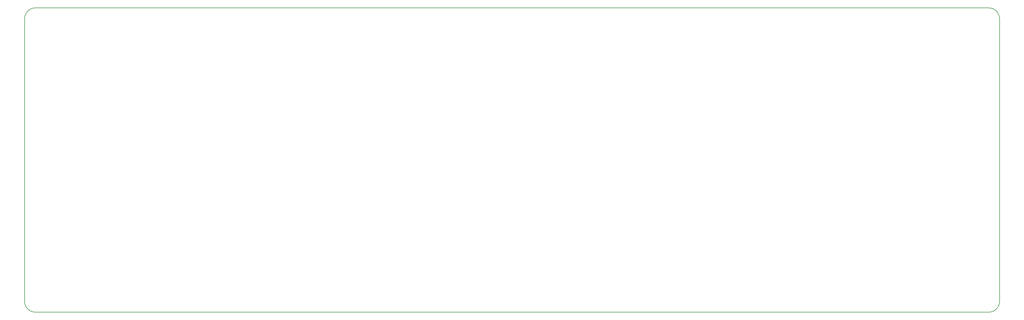
<source format=gm1>
G04 #@! TF.FileFunction,Profile,NP*
%FSLAX46Y46*%
G04 Gerber Fmt 4.6, Leading zero omitted, Abs format (unit mm)*
G04 Created by KiCad (PCBNEW (2015-09-26 BZR 6224)-product) date 11/12/2015 12:03:04 AM*
%MOMM*%
G01*
G04 APERTURE LIST*
%ADD10C,0.150000*%
%ADD11C,0.127000*%
G04 APERTURE END LIST*
D10*
D11*
X50800000Y-168021000D02*
X50800000Y-79629000D01*
X352171000Y-171450000D02*
X54229000Y-171450000D01*
X355600000Y-79629000D02*
X355600000Y-168021000D01*
X54229000Y-76200000D02*
X352171000Y-76200000D01*
X54229000Y-76200000D02*
G75*
G03X50800000Y-79629000I0J-3429000D01*
G01*
X50800000Y-168021000D02*
G75*
G03X54229000Y-171450000I3429000J0D01*
G01*
X352171000Y-171450000D02*
G75*
G03X355600000Y-168021000I0J3429000D01*
G01*
X355600000Y-79629000D02*
G75*
G03X352171000Y-76200000I-3429000J0D01*
G01*
M02*

</source>
